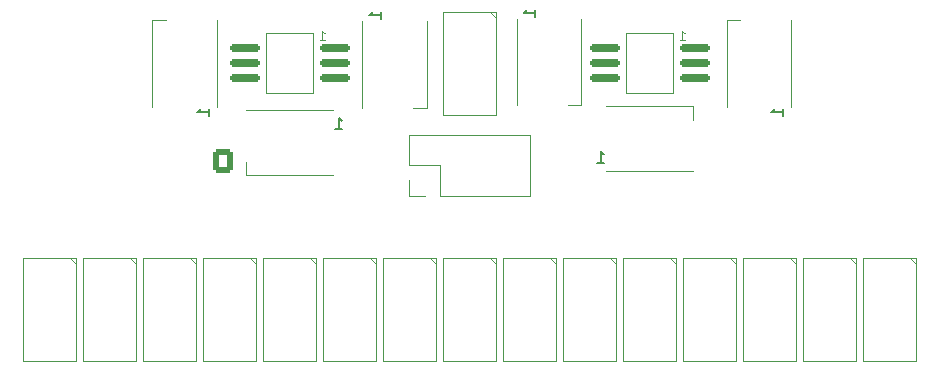
<source format=gbr>
%TF.GenerationSoftware,KiCad,Pcbnew,7.0.9*%
%TF.CreationDate,2024-12-19T18:12:44+09:00*%
%TF.ProjectId,02-LINE,30322d4c-494e-4452-9e6b-696361645f70,rev?*%
%TF.SameCoordinates,Original*%
%TF.FileFunction,Legend,Bot*%
%TF.FilePolarity,Positive*%
%FSLAX46Y46*%
G04 Gerber Fmt 4.6, Leading zero omitted, Abs format (unit mm)*
G04 Created by KiCad (PCBNEW 7.0.9) date 2024-12-19 18:12:44*
%MOMM*%
%LPD*%
G01*
G04 APERTURE LIST*
G04 Aperture macros list*
%AMRoundRect*
0 Rectangle with rounded corners*
0 $1 Rounding radius*
0 $2 $3 $4 $5 $6 $7 $8 $9 X,Y pos of 4 corners*
0 Add a 4 corners polygon primitive as box body*
4,1,4,$2,$3,$4,$5,$6,$7,$8,$9,$2,$3,0*
0 Add four circle primitives for the rounded corners*
1,1,$1+$1,$2,$3*
1,1,$1+$1,$4,$5*
1,1,$1+$1,$6,$7*
1,1,$1+$1,$8,$9*
0 Add four rect primitives between the rounded corners*
20,1,$1+$1,$2,$3,$4,$5,0*
20,1,$1+$1,$4,$5,$6,$7,0*
20,1,$1+$1,$6,$7,$8,$9,0*
20,1,$1+$1,$8,$9,$2,$3,0*%
G04 Aperture macros list end*
%ADD10C,0.150000*%
%ADD11C,0.100000*%
%ADD12C,0.120000*%
%ADD13C,3.200000*%
%ADD14RoundRect,0.250000X0.600000X0.725000X-0.600000X0.725000X-0.600000X-0.725000X0.600000X-0.725000X0*%
%ADD15O,1.700000X1.950000*%
%ADD16C,1.524000*%
%ADD17R,0.900000X1.500000*%
%ADD18R,1.500000X0.900000*%
%ADD19R,1.700000X1.700000*%
%ADD20O,1.700000X1.700000*%
%ADD21RoundRect,0.150000X1.120000X0.150000X-1.120000X0.150000X-1.120000X-0.150000X1.120000X-0.150000X0*%
G04 APERTURE END LIST*
D10*
X176424819Y-97145714D02*
X176424819Y-96574286D01*
X176424819Y-96860000D02*
X175424819Y-96860000D01*
X175424819Y-96860000D02*
X175567676Y-96764762D01*
X175567676Y-96764762D02*
X175662914Y-96669524D01*
X175662914Y-96669524D02*
X175710533Y-96574286D01*
X160664285Y-101114819D02*
X161235713Y-101114819D01*
X160949999Y-101114819D02*
X160949999Y-100114819D01*
X160949999Y-100114819D02*
X161045237Y-100257676D01*
X161045237Y-100257676D02*
X161140475Y-100352914D01*
X161140475Y-100352914D02*
X161235713Y-100400533D01*
X142364819Y-88935714D02*
X142364819Y-88364286D01*
X142364819Y-88650000D02*
X141364819Y-88650000D01*
X141364819Y-88650000D02*
X141507676Y-88554762D01*
X141507676Y-88554762D02*
X141602914Y-88459524D01*
X141602914Y-88459524D02*
X141650533Y-88364286D01*
X138484285Y-98294819D02*
X139055713Y-98294819D01*
X138769999Y-98294819D02*
X138769999Y-97294819D01*
X138769999Y-97294819D02*
X138865237Y-97437676D01*
X138865237Y-97437676D02*
X138960475Y-97532914D01*
X138960475Y-97532914D02*
X139055713Y-97580533D01*
X127784819Y-97145714D02*
X127784819Y-96574286D01*
X127784819Y-96860000D02*
X126784819Y-96860000D01*
X126784819Y-96860000D02*
X126927676Y-96764762D01*
X126927676Y-96764762D02*
X127022914Y-96669524D01*
X127022914Y-96669524D02*
X127070533Y-96574286D01*
X155444819Y-88755714D02*
X155444819Y-88184286D01*
X155444819Y-88470000D02*
X154444819Y-88470000D01*
X154444819Y-88470000D02*
X154587676Y-88374762D01*
X154587676Y-88374762D02*
X154682914Y-88279524D01*
X154682914Y-88279524D02*
X154730533Y-88184286D01*
D11*
X167637782Y-90708014D02*
X168066353Y-90708014D01*
X167852068Y-90708014D02*
X167852068Y-89958014D01*
X167852068Y-89958014D02*
X167923496Y-90065157D01*
X167923496Y-90065157D02*
X167994925Y-90136585D01*
X167994925Y-90136585D02*
X168066353Y-90172300D01*
X137157782Y-90708014D02*
X137586353Y-90708014D01*
X137372068Y-90708014D02*
X137372068Y-89958014D01*
X137372068Y-89958014D02*
X137443496Y-90065157D01*
X137443496Y-90065157D02*
X137514925Y-90136585D01*
X137514925Y-90136585D02*
X137586353Y-90172300D01*
%TO.C,U16*%
X116550000Y-109670000D02*
X116050000Y-109170000D01*
X116550000Y-117870000D02*
X112050000Y-117870000D01*
X112050000Y-117870000D02*
X112050000Y-109170000D01*
X112050000Y-109170000D02*
X116550000Y-109170000D01*
X116550000Y-109170000D02*
X116550000Y-117870000D01*
D12*
%TO.C,D5*%
X171620000Y-96360000D02*
X171620000Y-89060000D01*
X177120000Y-96360000D02*
X177120000Y-89060000D01*
X171620000Y-89060000D02*
X172770000Y-89060000D01*
%TO.C,D6*%
X161450000Y-96310000D02*
X168750000Y-96310000D01*
X161450000Y-101810000D02*
X168750000Y-101810000D01*
X168750000Y-96310000D02*
X168750000Y-97460000D01*
%TO.C,D4*%
X146260000Y-89150000D02*
X146260000Y-96450000D01*
X140760000Y-89150000D02*
X140760000Y-96450000D01*
X146260000Y-96450000D02*
X145110000Y-96450000D01*
D11*
%TO.C,U17*%
X152110000Y-88860000D02*
X151610000Y-88360000D01*
X152110000Y-97060000D02*
X147610000Y-97060000D01*
X147610000Y-97060000D02*
X147610000Y-88360000D01*
X147610000Y-88360000D02*
X152110000Y-88360000D01*
X152110000Y-88360000D02*
X152110000Y-97060000D01*
%TO.C,U7*%
X182590000Y-109670000D02*
X182090000Y-109170000D01*
X182590000Y-117870000D02*
X178090000Y-117870000D01*
X178090000Y-117870000D02*
X178090000Y-109170000D01*
X178090000Y-109170000D02*
X182590000Y-109170000D01*
X182590000Y-109170000D02*
X182590000Y-117870000D01*
%TO.C,U6*%
X177510000Y-109670000D02*
X177010000Y-109170000D01*
X177510000Y-117870000D02*
X173010000Y-117870000D01*
X173010000Y-117870000D02*
X173010000Y-109170000D01*
X173010000Y-109170000D02*
X177510000Y-109170000D01*
X177510000Y-109170000D02*
X177510000Y-117870000D01*
%TO.C,U3*%
X162270000Y-109670000D02*
X161770000Y-109170000D01*
X162270000Y-117870000D02*
X157770000Y-117870000D01*
X157770000Y-117870000D02*
X157770000Y-109170000D01*
X157770000Y-109170000D02*
X162270000Y-109170000D01*
X162270000Y-109170000D02*
X162270000Y-117870000D01*
%TO.C,U9*%
X152110000Y-109670000D02*
X151610000Y-109170000D01*
X152110000Y-117870000D02*
X147610000Y-117870000D01*
X147610000Y-117870000D02*
X147610000Y-109170000D01*
X147610000Y-109170000D02*
X152110000Y-109170000D01*
X152110000Y-109170000D02*
X152110000Y-117870000D01*
%TO.C,U12*%
X136870000Y-109670000D02*
X136370000Y-109170000D01*
X136870000Y-117870000D02*
X132370000Y-117870000D01*
X132370000Y-117870000D02*
X132370000Y-109170000D01*
X132370000Y-109170000D02*
X136870000Y-109170000D01*
X136870000Y-109170000D02*
X136870000Y-117870000D01*
%TO.C,U8*%
X187670000Y-109670000D02*
X187170000Y-109170000D01*
X187670000Y-117870000D02*
X183170000Y-117870000D01*
X183170000Y-117870000D02*
X183170000Y-109170000D01*
X183170000Y-109170000D02*
X187670000Y-109170000D01*
X187670000Y-109170000D02*
X187670000Y-117870000D01*
%TO.C,U10*%
X147030000Y-109670000D02*
X146530000Y-109170000D01*
X147030000Y-117870000D02*
X142530000Y-117870000D01*
X142530000Y-117870000D02*
X142530000Y-109170000D01*
X142530000Y-109170000D02*
X147030000Y-109170000D01*
X147030000Y-109170000D02*
X147030000Y-117870000D01*
%TO.C,U5*%
X172430000Y-109670000D02*
X171930000Y-109170000D01*
X172430000Y-117870000D02*
X167930000Y-117870000D01*
X167930000Y-117870000D02*
X167930000Y-109170000D01*
X167930000Y-109170000D02*
X172430000Y-109170000D01*
X172430000Y-109170000D02*
X172430000Y-117870000D01*
%TO.C,U14*%
X126710000Y-109670000D02*
X126210000Y-109170000D01*
X126710000Y-117870000D02*
X122210000Y-117870000D01*
X122210000Y-117870000D02*
X122210000Y-109170000D01*
X122210000Y-109170000D02*
X126710000Y-109170000D01*
X126710000Y-109170000D02*
X126710000Y-117870000D01*
D12*
%TO.C,D3*%
X138270000Y-102190000D02*
X130970000Y-102190000D01*
X138270000Y-96690000D02*
X130970000Y-96690000D01*
X130970000Y-102190000D02*
X130970000Y-101040000D01*
D11*
%TO.C,U2*%
X157190000Y-109670000D02*
X156690000Y-109170000D01*
X157190000Y-117870000D02*
X152690000Y-117870000D01*
X152690000Y-117870000D02*
X152690000Y-109170000D01*
X152690000Y-109170000D02*
X157190000Y-109170000D01*
X157190000Y-109170000D02*
X157190000Y-117870000D01*
%TO.C,U13*%
X131790000Y-109670000D02*
X131290000Y-109170000D01*
X131790000Y-117870000D02*
X127290000Y-117870000D01*
X127290000Y-117870000D02*
X127290000Y-109170000D01*
X127290000Y-109170000D02*
X131790000Y-109170000D01*
X131790000Y-109170000D02*
X131790000Y-117870000D01*
D12*
%TO.C,D2*%
X122980000Y-96360000D02*
X122980000Y-89060000D01*
X128480000Y-96360000D02*
X128480000Y-89060000D01*
X122980000Y-89060000D02*
X124130000Y-89060000D01*
%TO.C,D7*%
X159340000Y-88970000D02*
X159340000Y-96270000D01*
X153840000Y-88970000D02*
X153840000Y-96270000D01*
X159340000Y-96270000D02*
X158190000Y-96270000D01*
D11*
%TO.C,U11*%
X141950000Y-109670000D02*
X141450000Y-109170000D01*
X141950000Y-117870000D02*
X137450000Y-117870000D01*
X137450000Y-117870000D02*
X137450000Y-109170000D01*
X137450000Y-109170000D02*
X141950000Y-109170000D01*
X141950000Y-109170000D02*
X141950000Y-117870000D01*
%TO.C,U4*%
X167350000Y-109670000D02*
X166850000Y-109170000D01*
X167350000Y-117870000D02*
X162850000Y-117870000D01*
X162850000Y-117870000D02*
X162850000Y-109170000D01*
X162850000Y-109170000D02*
X167350000Y-109170000D01*
X167350000Y-109170000D02*
X167350000Y-117870000D01*
D12*
%TO.C,J2*%
X155000000Y-98746000D02*
X155000000Y-103946000D01*
X144720000Y-98746000D02*
X155000000Y-98746000D01*
X144720000Y-98746000D02*
X144720000Y-101346000D01*
X147320000Y-101346000D02*
X147320000Y-103946000D01*
X144720000Y-101346000D02*
X147320000Y-101346000D01*
X144720000Y-102616000D02*
X144720000Y-103946000D01*
X147320000Y-103946000D02*
X155000000Y-103946000D01*
X144720000Y-103946000D02*
X146050000Y-103946000D01*
D11*
%TO.C,U15*%
X121630000Y-109670000D02*
X121130000Y-109170000D01*
X121630000Y-117870000D02*
X117130000Y-117870000D01*
X117130000Y-117870000D02*
X117130000Y-109170000D01*
X117130000Y-109170000D02*
X121630000Y-109170000D01*
X121630000Y-109170000D02*
X121630000Y-117870000D01*
%TO.C,U19*%
X167100000Y-90170000D02*
X163100000Y-90170000D01*
X163100000Y-90170000D02*
X163100000Y-95250000D01*
X163100000Y-95250000D02*
X167100000Y-95250000D01*
X167100000Y-95250000D02*
X167100000Y-90170000D01*
%TO.C,U18*%
X136620000Y-90170000D02*
X132620000Y-90170000D01*
X132620000Y-90170000D02*
X132620000Y-95250000D01*
X132620000Y-95250000D02*
X136620000Y-95250000D01*
X136620000Y-95250000D02*
X136620000Y-90170000D01*
%TD*%
%LPC*%
D13*
%TO.C,REF\u002A\u002A*%
X184000000Y-92000000D03*
%TD*%
%TO.C,REF\u002A\u002A*%
X132000000Y-135000000D03*
%TD*%
%TO.C,REF\u002A\u002A*%
X116000000Y-92000000D03*
%TD*%
D14*
%TO.C,J3*%
X129000000Y-101000000D03*
D15*
X126500000Y-101000000D03*
X124000000Y-101000000D03*
X121500000Y-101000000D03*
X119000000Y-101000000D03*
%TD*%
D13*
%TO.C,REF\u002A\u002A*%
X168000000Y-135000000D03*
%TD*%
D16*
%TO.C,U16*%
X115570000Y-111470000D03*
X113030000Y-111470000D03*
X115570000Y-115570000D03*
X113030000Y-115570000D03*
%TD*%
D17*
%TO.C,D5*%
X176020000Y-95160000D03*
X172720000Y-95160000D03*
X172720000Y-90260000D03*
X176020000Y-90260000D03*
%TD*%
D18*
%TO.C,D6*%
X162650000Y-100710000D03*
X162650000Y-97410000D03*
X167550000Y-97410000D03*
X167550000Y-100710000D03*
%TD*%
D17*
%TO.C,D4*%
X141860000Y-90350000D03*
X145160000Y-90350000D03*
X145160000Y-95250000D03*
X141860000Y-95250000D03*
%TD*%
D16*
%TO.C,U17*%
X151130000Y-90660000D03*
X148590000Y-90660000D03*
X151130000Y-94760000D03*
X148590000Y-94760000D03*
%TD*%
%TO.C,U7*%
X181610000Y-111470000D03*
X179070000Y-111470000D03*
X181610000Y-115570000D03*
X179070000Y-115570000D03*
%TD*%
%TO.C,U6*%
X176530000Y-111470000D03*
X173990000Y-111470000D03*
X176530000Y-115570000D03*
X173990000Y-115570000D03*
%TD*%
%TO.C,U3*%
X161290000Y-111470000D03*
X158750000Y-111470000D03*
X161290000Y-115570000D03*
X158750000Y-115570000D03*
%TD*%
%TO.C,U9*%
X151130000Y-111470000D03*
X148590000Y-111470000D03*
X151130000Y-115570000D03*
X148590000Y-115570000D03*
%TD*%
%TO.C,U12*%
X135890000Y-111470000D03*
X133350000Y-111470000D03*
X135890000Y-115570000D03*
X133350000Y-115570000D03*
%TD*%
%TO.C,U8*%
X186690000Y-111470000D03*
X184150000Y-111470000D03*
X186690000Y-115570000D03*
X184150000Y-115570000D03*
%TD*%
%TO.C,U10*%
X146050000Y-111470000D03*
X143510000Y-111470000D03*
X146050000Y-115570000D03*
X143510000Y-115570000D03*
%TD*%
%TO.C,U5*%
X171450000Y-111470000D03*
X168910000Y-111470000D03*
X171450000Y-115570000D03*
X168910000Y-115570000D03*
%TD*%
%TO.C,U14*%
X125730000Y-111470000D03*
X123190000Y-111470000D03*
X125730000Y-115570000D03*
X123190000Y-115570000D03*
%TD*%
D18*
%TO.C,D3*%
X137070000Y-97790000D03*
X137070000Y-101090000D03*
X132170000Y-101090000D03*
X132170000Y-97790000D03*
%TD*%
D16*
%TO.C,U2*%
X156210000Y-111470000D03*
X153670000Y-111470000D03*
X156210000Y-115570000D03*
X153670000Y-115570000D03*
%TD*%
%TO.C,U13*%
X130810000Y-111470000D03*
X128270000Y-111470000D03*
X130810000Y-115570000D03*
X128270000Y-115570000D03*
%TD*%
D17*
%TO.C,D2*%
X127380000Y-95160000D03*
X124080000Y-95160000D03*
X124080000Y-90260000D03*
X127380000Y-90260000D03*
%TD*%
%TO.C,D7*%
X154940000Y-90170000D03*
X158240000Y-90170000D03*
X158240000Y-95070000D03*
X154940000Y-95070000D03*
%TD*%
D16*
%TO.C,U11*%
X140970000Y-111470000D03*
X138430000Y-111470000D03*
X140970000Y-115570000D03*
X138430000Y-115570000D03*
%TD*%
%TO.C,U4*%
X166370000Y-111470000D03*
X163830000Y-111470000D03*
X166370000Y-115570000D03*
X163830000Y-115570000D03*
%TD*%
D19*
%TO.C,J2*%
X146050000Y-102616000D03*
D20*
X146050000Y-100076000D03*
X148590000Y-102616000D03*
X148590000Y-100076000D03*
X151130000Y-102616000D03*
X151130000Y-100076000D03*
X153670000Y-102616000D03*
X153670000Y-100076000D03*
%TD*%
D16*
%TO.C,U15*%
X120650000Y-111470000D03*
X118110000Y-111470000D03*
X120650000Y-115570000D03*
X118110000Y-115570000D03*
%TD*%
D21*
%TO.C,U19*%
X168910000Y-91440000D03*
X168910000Y-92710000D03*
X168910000Y-93980000D03*
X161290000Y-93980000D03*
X161290000Y-92710000D03*
X161290000Y-91440000D03*
%TD*%
%TO.C,U18*%
X138430000Y-91440000D03*
X138430000Y-92710000D03*
X138430000Y-93980000D03*
X130810000Y-93980000D03*
X130810000Y-92710000D03*
X130810000Y-91440000D03*
%TD*%
%LPD*%
M02*

</source>
